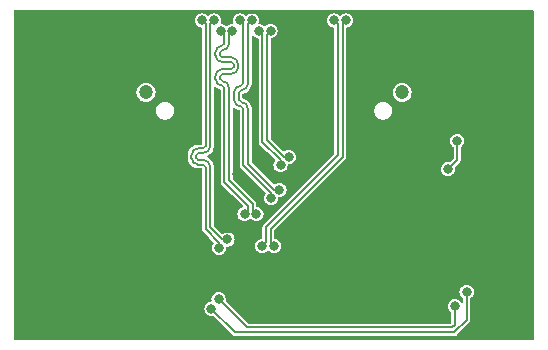
<source format=gtl>
G04 #@! TF.GenerationSoftware,KiCad,Pcbnew,8.0.4-1.fc40*
G04 #@! TF.CreationDate,2024-09-25T16:47:45-07:00*
G04 #@! TF.ProjectId,syzygy-dsi,73797a79-6779-42d6-9473-692e6b696361,A*
G04 #@! TF.SameCoordinates,Original*
G04 #@! TF.FileFunction,Copper,L1,Top*
G04 #@! TF.FilePolarity,Positive*
%FSLAX46Y46*%
G04 Gerber Fmt 4.6, Leading zero omitted, Abs format (unit mm)*
G04 Created by KiCad (PCBNEW 8.0.4-1.fc40) date 2024-09-25 16:47:45*
%MOMM*%
%LPD*%
G01*
G04 APERTURE LIST*
G04 #@! TA.AperFunction,ComponentPad*
%ADD10C,1.200000*%
G04 #@! TD*
G04 #@! TA.AperFunction,ViaPad*
%ADD11C,0.800000*%
G04 #@! TD*
G04 #@! TA.AperFunction,Conductor*
%ADD12C,0.200000*%
G04 #@! TD*
G04 APERTURE END LIST*
D10*
G04 #@! TO.P,J1,MH*
G04 #@! TO.N,N/C*
X131555320Y-66300000D03*
X153245320Y-66300000D03*
G04 #@! TD*
D11*
G04 #@! TO.N,GND*
X135700000Y-83000000D03*
X145900000Y-66800000D03*
X139300000Y-73200000D03*
X145900000Y-64800000D03*
X133900000Y-66800000D03*
X132300000Y-65000000D03*
X133500000Y-62800000D03*
X155900000Y-76400000D03*
G04 #@! TO.N,/S23*
X157100000Y-72800000D03*
X157900000Y-70400000D03*
G04 #@! TO.N,/C2P_CLK_N*
X142400320Y-79300000D03*
X148500000Y-60200000D03*
G04 #@! TO.N,/C2P_CLK_P*
X141400320Y-79300000D03*
X147500000Y-60200000D03*
G04 #@! TO.N,/SCL*
X137700000Y-83800000D03*
X157700000Y-84400000D03*
G04 #@! TO.N,/SDA*
X158700000Y-83200000D03*
X137100000Y-84600000D03*
G04 #@! TO.N,/S911_D5_P*
X142146446Y-75253554D03*
X139500000Y-60200000D03*
G04 #@! TO.N,/S57_D3_P*
X139900320Y-76600000D03*
X137879488Y-61105463D03*
G04 #@! TO.N,/S57_D3_N*
X138879488Y-61105463D03*
X140900320Y-76600000D03*
G04 #@! TO.N,/S1315_D7_N*
X143653554Y-71746446D03*
X142100000Y-61088588D03*
G04 #@! TO.N,/S13_D1_N*
X137300000Y-60200000D03*
X138453554Y-78746446D03*
G04 #@! TO.N,/S1315_D7_P*
X142946446Y-72453554D03*
X141100000Y-61088588D03*
G04 #@! TO.N,/S911_D5_N*
X140500000Y-60200000D03*
X142853554Y-74546446D03*
G04 #@! TO.N,/S13_D1_P*
X137746446Y-79453554D03*
X136300000Y-60200000D03*
G04 #@! TD*
D12*
G04 #@! TO.N,/S23*
X157900000Y-70400000D02*
X157900000Y-72000000D01*
X157900000Y-72000000D02*
X157100000Y-72800000D01*
G04 #@! TO.N,/C2P_CLK_N*
X142100320Y-79000000D02*
X142100320Y-77882524D01*
X148200000Y-60500000D02*
X148500000Y-60200000D01*
X148200000Y-71782844D02*
X148200000Y-60500000D01*
X142400320Y-79300000D02*
X142100320Y-79000000D01*
X142100320Y-77882524D02*
X148200000Y-71782844D01*
G04 #@! TO.N,/C2P_CLK_P*
X141700320Y-77716836D02*
X147800000Y-71617156D01*
X141700320Y-79000000D02*
X141700320Y-77716836D01*
X141400320Y-79300000D02*
X141700320Y-79000000D01*
X147800000Y-60500000D02*
X147500000Y-60200000D01*
X147800000Y-71617156D02*
X147800000Y-60500000D01*
G04 #@! TO.N,/SCL*
X157700000Y-86000000D02*
X157500000Y-86200000D01*
X140100000Y-86200000D02*
X137700000Y-83800000D01*
X157700000Y-84400000D02*
X157700000Y-86000000D01*
X157500000Y-86200000D02*
X140100000Y-86200000D01*
G04 #@! TO.N,/SDA*
X158700000Y-83200000D02*
X158700000Y-85565685D01*
X139100000Y-86600000D02*
X137100000Y-84600000D01*
X157665685Y-86600000D02*
X139100000Y-86600000D01*
X158700000Y-85565685D02*
X157665685Y-86600000D01*
G04 #@! TO.N,/S911_D5_P*
X142146446Y-74829289D02*
X139800000Y-72482843D01*
X142146446Y-75253554D02*
X142146446Y-74829289D01*
X139000000Y-66900000D02*
X139000000Y-66320000D01*
X139800000Y-60500000D02*
X139500000Y-60200000D01*
X139800000Y-64800000D02*
X139800000Y-60500000D01*
X139800000Y-65520000D02*
X139800000Y-64940000D01*
X139800000Y-64940000D02*
X139800000Y-64800000D01*
X139800000Y-72482843D02*
X139800000Y-67700000D01*
X139000000Y-66320000D02*
G75*
G02*
X139600000Y-65720000I600000J0D01*
G01*
X139600000Y-65720000D02*
G75*
G03*
X139800000Y-65520000I0J200000D01*
G01*
X139800000Y-67700000D02*
G75*
G03*
X139600000Y-67500000I-200000J0D01*
G01*
X139600000Y-67500000D02*
G75*
G02*
X139000000Y-66900000I0J600000D01*
G01*
G04 #@! TO.N,/S57_D3_P*
X137439488Y-65160000D02*
X137439488Y-64900000D01*
X140200320Y-76300000D02*
X140200320Y-75883164D01*
X137439488Y-63160000D02*
X137439488Y-62900000D01*
X138579488Y-63730000D02*
X138009488Y-63730000D01*
X138009488Y-64330000D02*
X138179488Y-64330000D01*
X139900320Y-76600000D02*
X140200320Y-76300000D01*
X140200320Y-75883164D02*
X138179488Y-73862332D01*
X138774488Y-63730000D02*
X138579488Y-63730000D01*
X138179488Y-61900000D02*
X138179488Y-61405463D01*
X138179488Y-64330000D02*
X138774488Y-64330000D01*
X138969488Y-64135000D02*
X138969488Y-63925000D01*
X138179488Y-61405463D02*
X137879488Y-61105463D01*
X138179488Y-73862332D02*
X138179488Y-65900000D01*
X138179488Y-62160000D02*
X138179488Y-61900000D01*
X138774488Y-64330000D02*
G75*
G03*
X138969500Y-64135000I12J195000D01*
G01*
X138969488Y-63925000D02*
G75*
G03*
X138774488Y-63730012I-194988J0D01*
G01*
X138179488Y-65900000D02*
G75*
G03*
X138009488Y-65730012I-169988J0D01*
G01*
X138009488Y-62330000D02*
G75*
G03*
X138179500Y-62160000I12J170000D01*
G01*
X138009488Y-63730000D02*
G75*
G02*
X137439500Y-63160000I12J570000D01*
G01*
X138009488Y-65730000D02*
G75*
G02*
X137439500Y-65160000I12J570000D01*
G01*
X137439488Y-64900000D02*
G75*
G02*
X138009488Y-64329988I570012J0D01*
G01*
X137439488Y-62900000D02*
G75*
G02*
X138009488Y-62329988I570012J0D01*
G01*
G04 #@! TO.N,/S57_D3_N*
X138774488Y-63330000D02*
X138579488Y-63330000D01*
X137839488Y-65160000D02*
X137839488Y-64900000D01*
X138579488Y-61405463D02*
X138879488Y-61105463D01*
X140600320Y-75717476D02*
X138579488Y-73696644D01*
X139369488Y-64135000D02*
X139369488Y-63925000D01*
X138179488Y-64730000D02*
X138774488Y-64730000D01*
X138579488Y-62160000D02*
X138579488Y-61900000D01*
X137839488Y-63160000D02*
X137839488Y-62900000D01*
X138579488Y-61900000D02*
X138579488Y-61405463D01*
X138579488Y-73696644D02*
X138579488Y-65900000D01*
X138009488Y-64730000D02*
X138179488Y-64730000D01*
X140600320Y-76300000D02*
X140600320Y-75717476D01*
X140900320Y-76600000D02*
X140600320Y-76300000D01*
X138579488Y-63330000D02*
X138009488Y-63330000D01*
X138774488Y-64730000D02*
G75*
G03*
X139369500Y-64135000I12J595000D01*
G01*
X139369488Y-63925000D02*
G75*
G03*
X138774488Y-63330012I-594988J0D01*
G01*
X138009488Y-63330000D02*
G75*
G02*
X137839500Y-63160000I12J170000D01*
G01*
X137839488Y-62900000D02*
G75*
G02*
X138009488Y-62729988I170012J0D01*
G01*
X137839488Y-64900000D02*
G75*
G02*
X138009488Y-64729988I170012J0D01*
G01*
X138579488Y-65900000D02*
G75*
G03*
X138009488Y-65330012I-569988J0D01*
G01*
X138009488Y-62730000D02*
G75*
G03*
X138579500Y-62160000I12J570000D01*
G01*
X138009488Y-65330000D02*
G75*
G02*
X137839500Y-65160000I12J170000D01*
G01*
G04 #@! TO.N,/S1315_D7_N*
X143653554Y-71746446D02*
X143229289Y-71746446D01*
X143229289Y-71746446D02*
X141800000Y-70317157D01*
X141800000Y-61388588D02*
X142100000Y-61088588D01*
X141800000Y-70317157D02*
X141800000Y-61388588D01*
G04 #@! TO.N,/S13_D1_N*
X137000000Y-60500000D02*
X137300000Y-60200000D01*
X135800000Y-71808000D02*
X135800000Y-71610000D01*
X137000000Y-70818000D02*
X137000000Y-70620000D01*
X138453554Y-78746446D02*
X138029289Y-78746446D01*
X135996000Y-71414000D02*
X136404000Y-71414000D01*
X137000000Y-70620000D02*
X137000000Y-69800000D01*
X137000000Y-69800000D02*
X137000000Y-60500000D01*
X138029289Y-78746446D02*
X137000000Y-77717157D01*
X137000000Y-77717157D02*
X137000000Y-72600000D01*
X136404000Y-72004000D02*
X135996000Y-72004000D01*
X135996000Y-72004000D02*
G75*
G02*
X135800000Y-71808000I0J196000D01*
G01*
X135800000Y-71610000D02*
G75*
G02*
X135996000Y-71414000I196000J0D01*
G01*
X137000000Y-72600000D02*
G75*
G03*
X136404000Y-72004000I-596000J0D01*
G01*
X136404000Y-71414000D02*
G75*
G03*
X137000000Y-70818000I0J596000D01*
G01*
G04 #@! TO.N,/S1315_D7_P*
X141400000Y-70482843D02*
X141400000Y-61388588D01*
X142946446Y-72453554D02*
X142946446Y-72029289D01*
X142946446Y-72029289D02*
X141400000Y-70482843D01*
X141400000Y-61388588D02*
X141100000Y-61088588D01*
G04 #@! TO.N,/S911_D5_N*
X140200000Y-64800000D02*
X140200000Y-60500000D01*
X140200000Y-65520000D02*
X140200000Y-64940000D01*
X140200000Y-60500000D02*
X140500000Y-60200000D01*
X142853554Y-74546446D02*
X142429289Y-74546446D01*
X140200000Y-64940000D02*
X140200000Y-64800000D01*
X142429289Y-74546446D02*
X140200000Y-72317157D01*
X139400000Y-66900000D02*
X139400000Y-66320000D01*
X140200000Y-72317157D02*
X140200000Y-67700000D01*
X139600000Y-67100000D02*
G75*
G02*
X139400000Y-66900000I0J200000D01*
G01*
X140200000Y-67700000D02*
G75*
G03*
X139600000Y-67100000I-600000J0D01*
G01*
X139600000Y-66120000D02*
G75*
G03*
X140200000Y-65520000I0J600000D01*
G01*
X139400000Y-66320000D02*
G75*
G02*
X139600000Y-66120000I200000J0D01*
G01*
G04 #@! TO.N,/S13_D1_P*
X135996000Y-71014000D02*
X136404000Y-71014000D01*
X136600000Y-70620000D02*
X136600000Y-69800000D01*
X136404000Y-72404000D02*
X135996000Y-72404000D01*
X137746446Y-79453554D02*
X137746446Y-79029289D01*
X136600000Y-60500000D02*
X136300000Y-60200000D01*
X136600000Y-70818000D02*
X136600000Y-70620000D01*
X135400000Y-71808000D02*
X135400000Y-71610000D01*
X137746446Y-79029289D02*
X136600000Y-77882843D01*
X136600000Y-77882843D02*
X136600000Y-72600000D01*
X136600000Y-69800000D02*
X136600000Y-60500000D01*
X136600000Y-72600000D02*
G75*
G03*
X136404000Y-72404000I-196000J0D01*
G01*
X135996000Y-72404000D02*
G75*
G02*
X135400000Y-71808000I0J596000D01*
G01*
X135400000Y-71610000D02*
G75*
G02*
X135996000Y-71014000I596000J0D01*
G01*
X136404000Y-71014000D02*
G75*
G03*
X136600000Y-70818000I0J196000D01*
G01*
G04 #@! TD*
G04 #@! TA.AperFunction,Conductor*
G04 #@! TO.N,GND*
G36*
X164358691Y-59319407D02*
G01*
X164394655Y-59368907D01*
X164399500Y-59399500D01*
X164399500Y-87200500D01*
X164380593Y-87258691D01*
X164331093Y-87294655D01*
X164300500Y-87299500D01*
X120499500Y-87299500D01*
X120441309Y-87280593D01*
X120405345Y-87231093D01*
X120400500Y-87200500D01*
X120400500Y-84599999D01*
X136494318Y-84599999D01*
X136494318Y-84600000D01*
X136514955Y-84756758D01*
X136514957Y-84756766D01*
X136575462Y-84902838D01*
X136575462Y-84902839D01*
X136671713Y-85028276D01*
X136671718Y-85028282D01*
X136797159Y-85124536D01*
X136943238Y-85185044D01*
X137060809Y-85200522D01*
X137099999Y-85205682D01*
X137100000Y-85205682D01*
X137211284Y-85191031D01*
X137271443Y-85202181D01*
X137294209Y-85219180D01*
X138859540Y-86784511D01*
X138859539Y-86784511D01*
X138915489Y-86840460D01*
X138984007Y-86880019D01*
X138984011Y-86880021D01*
X139060435Y-86900499D01*
X139060437Y-86900500D01*
X139060438Y-86900500D01*
X157705248Y-86900500D01*
X157705248Y-86900499D01*
X157781674Y-86880021D01*
X157850196Y-86840460D01*
X157906145Y-86784511D01*
X158940460Y-85750196D01*
X158969729Y-85699500D01*
X158980021Y-85681674D01*
X159000500Y-85605247D01*
X159000500Y-83775154D01*
X159019407Y-83716963D01*
X159039233Y-83696612D01*
X159108787Y-83643241D01*
X159128282Y-83628282D01*
X159224536Y-83502841D01*
X159285044Y-83356762D01*
X159305682Y-83200000D01*
X159285044Y-83043238D01*
X159224537Y-82897161D01*
X159224537Y-82897160D01*
X159128286Y-82771723D01*
X159128285Y-82771722D01*
X159128282Y-82771718D01*
X159128277Y-82771714D01*
X159128276Y-82771713D01*
X159002838Y-82675462D01*
X158856766Y-82614957D01*
X158856758Y-82614955D01*
X158700001Y-82594318D01*
X158699999Y-82594318D01*
X158543241Y-82614955D01*
X158543233Y-82614957D01*
X158397161Y-82675462D01*
X158397160Y-82675462D01*
X158271723Y-82771713D01*
X158271713Y-82771723D01*
X158175462Y-82897160D01*
X158175462Y-82897161D01*
X158114957Y-83043233D01*
X158114955Y-83043241D01*
X158094318Y-83199999D01*
X158094318Y-83200000D01*
X158114955Y-83356758D01*
X158114957Y-83356766D01*
X158175462Y-83502838D01*
X158175462Y-83502839D01*
X158175464Y-83502841D01*
X158271718Y-83628282D01*
X158271722Y-83628285D01*
X158271723Y-83628286D01*
X158360767Y-83696612D01*
X158395423Y-83747037D01*
X158399500Y-83775154D01*
X158399500Y-84033532D01*
X158380593Y-84091723D01*
X158331093Y-84127687D01*
X158269907Y-84127687D01*
X158221958Y-84093799D01*
X158128286Y-83971723D01*
X158128285Y-83971722D01*
X158128282Y-83971718D01*
X158128277Y-83971714D01*
X158128276Y-83971713D01*
X158002838Y-83875462D01*
X157856766Y-83814957D01*
X157856758Y-83814955D01*
X157700001Y-83794318D01*
X157699999Y-83794318D01*
X157543241Y-83814955D01*
X157543233Y-83814957D01*
X157397161Y-83875462D01*
X157397160Y-83875462D01*
X157271723Y-83971713D01*
X157271713Y-83971723D01*
X157175462Y-84097160D01*
X157175462Y-84097161D01*
X157114957Y-84243233D01*
X157114955Y-84243241D01*
X157094318Y-84399999D01*
X157094318Y-84400000D01*
X157114955Y-84556758D01*
X157114957Y-84556766D01*
X157175462Y-84702838D01*
X157175462Y-84702839D01*
X157245573Y-84794209D01*
X157271718Y-84828282D01*
X157271722Y-84828285D01*
X157271723Y-84828286D01*
X157360767Y-84896612D01*
X157395423Y-84947037D01*
X157399500Y-84975154D01*
X157399500Y-85800500D01*
X157380593Y-85858691D01*
X157331093Y-85894655D01*
X157300500Y-85899500D01*
X140265479Y-85899500D01*
X140207288Y-85880593D01*
X140195475Y-85870504D01*
X138319180Y-83994209D01*
X138291403Y-83939692D01*
X138291031Y-83911283D01*
X138305682Y-83800000D01*
X138305682Y-83799999D01*
X138298709Y-83747037D01*
X138285044Y-83643238D01*
X138224537Y-83497161D01*
X138224537Y-83497160D01*
X138128286Y-83371723D01*
X138128285Y-83371722D01*
X138128282Y-83371718D01*
X138128277Y-83371714D01*
X138128276Y-83371713D01*
X138002838Y-83275462D01*
X137856766Y-83214957D01*
X137856758Y-83214955D01*
X137700001Y-83194318D01*
X137699999Y-83194318D01*
X137543241Y-83214955D01*
X137543233Y-83214957D01*
X137397161Y-83275462D01*
X137397160Y-83275462D01*
X137271723Y-83371713D01*
X137271713Y-83371723D01*
X137175462Y-83497160D01*
X137175462Y-83497161D01*
X137114957Y-83643233D01*
X137114955Y-83643241D01*
X137094318Y-83799999D01*
X137094318Y-83800000D01*
X137106639Y-83893589D01*
X137095489Y-83953750D01*
X137051106Y-83995867D01*
X137021409Y-84004664D01*
X136943240Y-84014955D01*
X136943233Y-84014957D01*
X136797161Y-84075462D01*
X136797160Y-84075462D01*
X136671723Y-84171713D01*
X136671713Y-84171723D01*
X136575462Y-84297160D01*
X136575462Y-84297161D01*
X136514957Y-84443233D01*
X136514955Y-84443241D01*
X136494318Y-84599999D01*
X120400500Y-84599999D01*
X120400500Y-71521699D01*
X135099500Y-71521699D01*
X135099500Y-71896300D01*
X135133952Y-72069498D01*
X135133952Y-72069500D01*
X135201530Y-72232649D01*
X135294452Y-72371718D01*
X135299643Y-72379486D01*
X135424514Y-72504357D01*
X135571348Y-72602468D01*
X135734501Y-72670048D01*
X135907702Y-72704500D01*
X135956438Y-72704500D01*
X136200500Y-72704500D01*
X136258691Y-72723407D01*
X136294655Y-72772907D01*
X136299500Y-72803500D01*
X136299500Y-77922405D01*
X136319979Y-77998832D01*
X136330848Y-78017657D01*
X136359540Y-78067354D01*
X136881865Y-78589679D01*
X137256466Y-78964280D01*
X137284243Y-79018797D01*
X137274672Y-79079229D01*
X137265004Y-79094551D01*
X137221911Y-79150711D01*
X137221909Y-79150714D01*
X137161403Y-79296790D01*
X137161401Y-79296795D01*
X137140764Y-79453553D01*
X137140764Y-79453554D01*
X137161401Y-79610312D01*
X137161403Y-79610320D01*
X137221908Y-79756392D01*
X137221908Y-79756393D01*
X137221910Y-79756395D01*
X137318164Y-79881836D01*
X137443605Y-79978090D01*
X137589684Y-80038598D01*
X137707255Y-80054076D01*
X137746445Y-80059236D01*
X137746446Y-80059236D01*
X137746447Y-80059236D01*
X137777798Y-80055108D01*
X137903208Y-80038598D01*
X138049287Y-79978090D01*
X138174728Y-79881836D01*
X138270982Y-79756395D01*
X138331490Y-79610316D01*
X138352128Y-79453554D01*
X138352128Y-79453553D01*
X138352128Y-79451128D01*
X138352665Y-79449474D01*
X138352975Y-79447121D01*
X138353411Y-79447178D01*
X138371035Y-79392937D01*
X138420535Y-79356973D01*
X138451128Y-79352128D01*
X138453555Y-79352128D01*
X138484906Y-79348000D01*
X138610316Y-79331490D01*
X138686342Y-79299999D01*
X140794638Y-79299999D01*
X140794638Y-79300000D01*
X140815275Y-79456758D01*
X140815277Y-79456766D01*
X140875782Y-79602838D01*
X140875782Y-79602839D01*
X140900320Y-79634817D01*
X140972038Y-79728282D01*
X141097479Y-79824536D01*
X141243558Y-79885044D01*
X141361129Y-79900522D01*
X141400319Y-79905682D01*
X141400320Y-79905682D01*
X141400321Y-79905682D01*
X141431672Y-79901554D01*
X141557082Y-79885044D01*
X141703161Y-79824536D01*
X141828602Y-79728282D01*
X141828608Y-79728273D01*
X141830316Y-79726567D01*
X141831867Y-79725776D01*
X141833750Y-79724332D01*
X141834017Y-79724680D01*
X141884833Y-79698790D01*
X141945265Y-79708361D01*
X141970324Y-79726567D01*
X141972033Y-79728276D01*
X141972038Y-79728282D01*
X142097479Y-79824536D01*
X142243558Y-79885044D01*
X142361129Y-79900522D01*
X142400319Y-79905682D01*
X142400320Y-79905682D01*
X142400321Y-79905682D01*
X142431672Y-79901554D01*
X142557082Y-79885044D01*
X142703161Y-79824536D01*
X142828602Y-79728282D01*
X142924856Y-79602841D01*
X142985364Y-79456762D01*
X143006002Y-79300000D01*
X143005579Y-79296790D01*
X142989510Y-79174732D01*
X142985364Y-79143238D01*
X142924857Y-78997161D01*
X142924857Y-78997160D01*
X142828606Y-78871723D01*
X142828605Y-78871722D01*
X142828602Y-78871718D01*
X142828597Y-78871714D01*
X142828596Y-78871713D01*
X142703158Y-78775462D01*
X142557082Y-78714956D01*
X142486897Y-78705715D01*
X142431672Y-78679373D01*
X142402478Y-78625602D01*
X142400820Y-78607562D01*
X142400820Y-78048002D01*
X142419727Y-77989811D01*
X142429810Y-77978004D01*
X147607816Y-72799999D01*
X156494318Y-72799999D01*
X156494318Y-72800000D01*
X156514955Y-72956758D01*
X156514957Y-72956766D01*
X156575462Y-73102838D01*
X156575462Y-73102839D01*
X156575464Y-73102841D01*
X156671718Y-73228282D01*
X156797159Y-73324536D01*
X156943238Y-73385044D01*
X157060809Y-73400522D01*
X157099999Y-73405682D01*
X157100000Y-73405682D01*
X157100001Y-73405682D01*
X157131352Y-73401554D01*
X157256762Y-73385044D01*
X157402841Y-73324536D01*
X157528282Y-73228282D01*
X157624536Y-73102841D01*
X157685044Y-72956762D01*
X157705682Y-72800000D01*
X157691031Y-72688714D01*
X157702181Y-72628553D01*
X157719177Y-72605792D01*
X158140460Y-72184511D01*
X158141712Y-72182343D01*
X158180021Y-72115989D01*
X158200500Y-72039562D01*
X158200500Y-70975154D01*
X158219407Y-70916963D01*
X158239233Y-70896612D01*
X158278979Y-70866112D01*
X158328282Y-70828282D01*
X158424536Y-70702841D01*
X158485044Y-70556762D01*
X158505682Y-70400000D01*
X158485044Y-70243238D01*
X158464105Y-70192686D01*
X158424537Y-70097161D01*
X158424537Y-70097160D01*
X158328286Y-69971723D01*
X158328285Y-69971722D01*
X158328282Y-69971718D01*
X158328277Y-69971714D01*
X158328276Y-69971713D01*
X158202838Y-69875462D01*
X158056766Y-69814957D01*
X158056758Y-69814955D01*
X157900001Y-69794318D01*
X157899999Y-69794318D01*
X157743241Y-69814955D01*
X157743233Y-69814957D01*
X157597161Y-69875462D01*
X157597160Y-69875462D01*
X157471723Y-69971713D01*
X157471713Y-69971723D01*
X157375462Y-70097160D01*
X157375462Y-70097161D01*
X157314957Y-70243233D01*
X157314955Y-70243241D01*
X157294318Y-70399999D01*
X157294318Y-70400000D01*
X157314955Y-70556758D01*
X157314957Y-70556766D01*
X157375462Y-70702838D01*
X157375462Y-70702839D01*
X157463828Y-70818000D01*
X157471718Y-70828282D01*
X157471722Y-70828285D01*
X157471723Y-70828286D01*
X157560767Y-70896612D01*
X157595423Y-70947037D01*
X157599500Y-70975154D01*
X157599500Y-71834521D01*
X157580593Y-71892712D01*
X157570503Y-71904525D01*
X157294208Y-72180819D01*
X157239692Y-72208596D01*
X157211283Y-72208968D01*
X157100001Y-72194318D01*
X157099999Y-72194318D01*
X156943241Y-72214955D01*
X156943233Y-72214957D01*
X156797161Y-72275462D01*
X156797160Y-72275462D01*
X156671723Y-72371713D01*
X156671713Y-72371723D01*
X156575462Y-72497161D01*
X156514957Y-72643233D01*
X156514955Y-72643241D01*
X156494318Y-72799999D01*
X147607816Y-72799999D01*
X148440460Y-71967355D01*
X148442138Y-71964447D01*
X148442147Y-71964439D01*
X148442144Y-71964438D01*
X148442235Y-71964280D01*
X148480021Y-71898833D01*
X148500500Y-71822406D01*
X148500500Y-67765094D01*
X150879820Y-67765094D01*
X150879820Y-67914905D01*
X150909045Y-68061829D01*
X150909045Y-68061831D01*
X150966371Y-68200229D01*
X150966371Y-68200230D01*
X151007844Y-68262297D01*
X151049601Y-68324791D01*
X151155529Y-68430719D01*
X151280088Y-68513947D01*
X151418490Y-68571275D01*
X151565417Y-68600500D01*
X151565418Y-68600500D01*
X151715222Y-68600500D01*
X151715223Y-68600500D01*
X151862150Y-68571275D01*
X152000552Y-68513947D01*
X152125111Y-68430719D01*
X152231039Y-68324791D01*
X152314267Y-68200232D01*
X152371595Y-68061830D01*
X152400820Y-67914903D01*
X152400820Y-67765097D01*
X152371595Y-67618170D01*
X152314268Y-67479770D01*
X152314268Y-67479769D01*
X152285912Y-67437332D01*
X152231039Y-67355209D01*
X152125111Y-67249281D01*
X152000552Y-67166053D01*
X152000551Y-67166052D01*
X152000549Y-67166051D01*
X151862150Y-67108725D01*
X151715225Y-67079500D01*
X151715223Y-67079500D01*
X151565417Y-67079500D01*
X151565414Y-67079500D01*
X151418490Y-67108725D01*
X151418488Y-67108725D01*
X151280090Y-67166051D01*
X151280089Y-67166051D01*
X151155529Y-67249281D01*
X151155525Y-67249284D01*
X151049604Y-67355205D01*
X151049601Y-67355209D01*
X150966371Y-67479769D01*
X150966371Y-67479770D01*
X150909045Y-67618168D01*
X150909045Y-67618170D01*
X150879820Y-67765094D01*
X148500500Y-67765094D01*
X148500500Y-66300000D01*
X152439755Y-66300000D01*
X152459952Y-66479257D01*
X152459953Y-66479261D01*
X152519531Y-66649522D01*
X152519531Y-66649523D01*
X152615501Y-66802258D01*
X152615504Y-66802262D01*
X152743058Y-66929816D01*
X152743060Y-66929817D01*
X152743061Y-66929818D01*
X152855606Y-67000535D01*
X152895798Y-67025789D01*
X152963977Y-67049646D01*
X153066058Y-67085366D01*
X153066062Y-67085367D01*
X153066065Y-67085368D01*
X153245320Y-67105565D01*
X153424575Y-67085368D01*
X153594842Y-67025789D01*
X153747582Y-66929816D01*
X153875136Y-66802262D01*
X153971109Y-66649522D01*
X154030688Y-66479255D01*
X154050885Y-66300000D01*
X154030688Y-66120745D01*
X154021341Y-66094034D01*
X154000908Y-66035639D01*
X153971109Y-65950478D01*
X153899242Y-65836103D01*
X153875138Y-65797741D01*
X153875137Y-65797740D01*
X153875136Y-65797738D01*
X153747582Y-65670184D01*
X153747579Y-65670182D01*
X153747578Y-65670181D01*
X153594843Y-65574211D01*
X153424581Y-65514633D01*
X153424577Y-65514632D01*
X153245320Y-65494435D01*
X153066062Y-65514632D01*
X153066058Y-65514633D01*
X152895797Y-65574211D01*
X152895796Y-65574211D01*
X152743061Y-65670181D01*
X152615501Y-65797741D01*
X152519531Y-65950476D01*
X152519531Y-65950477D01*
X152459953Y-66120738D01*
X152459952Y-66120742D01*
X152439755Y-66300000D01*
X148500500Y-66300000D01*
X148500500Y-60892436D01*
X148519407Y-60834245D01*
X148568907Y-60798281D01*
X148586572Y-60794284D01*
X148656762Y-60785044D01*
X148802841Y-60724536D01*
X148928282Y-60628282D01*
X149024536Y-60502841D01*
X149085044Y-60356762D01*
X149105682Y-60200000D01*
X149085044Y-60043238D01*
X149024537Y-59897161D01*
X149024537Y-59897160D01*
X148928286Y-59771723D01*
X148928285Y-59771722D01*
X148928282Y-59771718D01*
X148928277Y-59771714D01*
X148928276Y-59771713D01*
X148802838Y-59675462D01*
X148656766Y-59614957D01*
X148656758Y-59614955D01*
X148500001Y-59594318D01*
X148499999Y-59594318D01*
X148343241Y-59614955D01*
X148343233Y-59614957D01*
X148197161Y-59675462D01*
X148197160Y-59675462D01*
X148071715Y-59771719D01*
X148069998Y-59773437D01*
X148068449Y-59774225D01*
X148066570Y-59775668D01*
X148066302Y-59775319D01*
X148015479Y-59801210D01*
X147955048Y-59791634D01*
X147930002Y-59773437D01*
X147928284Y-59771719D01*
X147802838Y-59675462D01*
X147656766Y-59614957D01*
X147656758Y-59614955D01*
X147500001Y-59594318D01*
X147499999Y-59594318D01*
X147343241Y-59614955D01*
X147343233Y-59614957D01*
X147197161Y-59675462D01*
X147197160Y-59675462D01*
X147071723Y-59771713D01*
X147071713Y-59771723D01*
X146975462Y-59897160D01*
X146975462Y-59897161D01*
X146914957Y-60043233D01*
X146914955Y-60043241D01*
X146894318Y-60199999D01*
X146894318Y-60200000D01*
X146914955Y-60356758D01*
X146914957Y-60356766D01*
X146975462Y-60502838D01*
X146975462Y-60502839D01*
X147035381Y-60580927D01*
X147071718Y-60628282D01*
X147197159Y-60724536D01*
X147343238Y-60785044D01*
X147413422Y-60794283D01*
X147468646Y-60820623D01*
X147497842Y-60874394D01*
X147499500Y-60892436D01*
X147499500Y-71451677D01*
X147480593Y-71509868D01*
X147470504Y-71521681D01*
X141515809Y-77476376D01*
X141515808Y-77476375D01*
X141459859Y-77532325D01*
X141420300Y-77600843D01*
X141420298Y-77600847D01*
X141399820Y-77677271D01*
X141399820Y-78607562D01*
X141380913Y-78665753D01*
X141331413Y-78701717D01*
X141313743Y-78705715D01*
X141243557Y-78714956D01*
X141097481Y-78775462D01*
X141097480Y-78775462D01*
X140972043Y-78871713D01*
X140972033Y-78871723D01*
X140875782Y-78997160D01*
X140875782Y-78997161D01*
X140815277Y-79143233D01*
X140815275Y-79143241D01*
X140794638Y-79299999D01*
X138686342Y-79299999D01*
X138756395Y-79270982D01*
X138881836Y-79174728D01*
X138978090Y-79049287D01*
X139038598Y-78903208D01*
X139059236Y-78746446D01*
X139038598Y-78589684D01*
X138978091Y-78443607D01*
X138978091Y-78443606D01*
X138881840Y-78318169D01*
X138881839Y-78318168D01*
X138881836Y-78318164D01*
X138881831Y-78318160D01*
X138881830Y-78318159D01*
X138756392Y-78221908D01*
X138610320Y-78161403D01*
X138610312Y-78161401D01*
X138453555Y-78140764D01*
X138453553Y-78140764D01*
X138296795Y-78161401D01*
X138296790Y-78161403D01*
X138150714Y-78221909D01*
X138150711Y-78221911D01*
X138094551Y-78265004D01*
X138036875Y-78285428D01*
X137978209Y-78268050D01*
X137964280Y-78256466D01*
X137329496Y-77621682D01*
X137301719Y-77567165D01*
X137300500Y-77551678D01*
X137300500Y-72511703D01*
X137300499Y-72511699D01*
X137299039Y-72504357D01*
X137266048Y-72338501D01*
X137217660Y-72221682D01*
X137198469Y-72175350D01*
X137198053Y-72174728D01*
X137100357Y-72028514D01*
X136975486Y-71903643D01*
X136968287Y-71898833D01*
X136828652Y-71805532D01*
X136816416Y-71800464D01*
X136769892Y-71760729D01*
X136755607Y-71701234D01*
X136779021Y-71644706D01*
X136816416Y-71617536D01*
X136828652Y-71612468D01*
X136975486Y-71514357D01*
X137100357Y-71389486D01*
X137198468Y-71242652D01*
X137266048Y-71079499D01*
X137300500Y-70906298D01*
X137300500Y-70818000D01*
X137300500Y-70770405D01*
X137300500Y-70580438D01*
X137300500Y-69760438D01*
X137300500Y-65918417D01*
X137319407Y-65860226D01*
X137368907Y-65824262D01*
X137430093Y-65824262D01*
X137454503Y-65836103D01*
X137597141Y-65931415D01*
X137597147Y-65931418D01*
X137597152Y-65931421D01*
X137697040Y-65972798D01*
X137755564Y-65997041D01*
X137755567Y-65997042D01*
X137755570Y-65997043D01*
X137799303Y-66005742D01*
X137852686Y-66035639D01*
X137878302Y-66091204D01*
X137878988Y-66102840D01*
X137878988Y-73901896D01*
X137899466Y-73978319D01*
X137899467Y-73978321D01*
X137924633Y-74021910D01*
X137939028Y-74046843D01*
X138866907Y-74974722D01*
X139754460Y-75862275D01*
X139782237Y-75916792D01*
X139772666Y-75977224D01*
X139729401Y-76020489D01*
X139722342Y-76023743D01*
X139597480Y-76075463D01*
X139472043Y-76171713D01*
X139472033Y-76171723D01*
X139375782Y-76297160D01*
X139375782Y-76297161D01*
X139315277Y-76443233D01*
X139315275Y-76443241D01*
X139294638Y-76599999D01*
X139294638Y-76600000D01*
X139315275Y-76756758D01*
X139315277Y-76756766D01*
X139375782Y-76902838D01*
X139375782Y-76902839D01*
X139375784Y-76902841D01*
X139472038Y-77028282D01*
X139597479Y-77124536D01*
X139743558Y-77185044D01*
X139861129Y-77200522D01*
X139900319Y-77205682D01*
X139900320Y-77205682D01*
X139900321Y-77205682D01*
X139931672Y-77201554D01*
X140057082Y-77185044D01*
X140203161Y-77124536D01*
X140328602Y-77028282D01*
X140328608Y-77028273D01*
X140330316Y-77026567D01*
X140331867Y-77025776D01*
X140333750Y-77024332D01*
X140334017Y-77024680D01*
X140384833Y-76998790D01*
X140445265Y-77008361D01*
X140470324Y-77026567D01*
X140472033Y-77028276D01*
X140472038Y-77028282D01*
X140597479Y-77124536D01*
X140743558Y-77185044D01*
X140861129Y-77200522D01*
X140900319Y-77205682D01*
X140900320Y-77205682D01*
X140900321Y-77205682D01*
X140931672Y-77201554D01*
X141057082Y-77185044D01*
X141203161Y-77124536D01*
X141328602Y-77028282D01*
X141424856Y-76902841D01*
X141485364Y-76756762D01*
X141506002Y-76600000D01*
X141485364Y-76443238D01*
X141424857Y-76297161D01*
X141424857Y-76297160D01*
X141328606Y-76171723D01*
X141328605Y-76171722D01*
X141328602Y-76171718D01*
X141328597Y-76171714D01*
X141328596Y-76171713D01*
X141203158Y-76075462D01*
X141057082Y-76014956D01*
X140986897Y-76005715D01*
X140931672Y-75979373D01*
X140902478Y-75925602D01*
X140900820Y-75907562D01*
X140900820Y-75677913D01*
X140900819Y-75677911D01*
X140880341Y-75601487D01*
X140880339Y-75601483D01*
X140840780Y-75532965D01*
X140784831Y-75477015D01*
X140784831Y-75477016D01*
X138908984Y-73601169D01*
X138881207Y-73546652D01*
X138879988Y-73531165D01*
X138879988Y-67687141D01*
X138898895Y-67628950D01*
X138948395Y-67592986D01*
X139009581Y-67592986D01*
X139033989Y-67604825D01*
X139173453Y-67698013D01*
X139337334Y-67765894D01*
X139419815Y-67782300D01*
X139473198Y-67812197D01*
X139498814Y-67867762D01*
X139499500Y-67879398D01*
X139499500Y-72522407D01*
X139519977Y-72598828D01*
X139519979Y-72598833D01*
X139542628Y-72638063D01*
X139542629Y-72638063D01*
X139542630Y-72638065D01*
X139559540Y-72667354D01*
X140794080Y-73901894D01*
X141656466Y-74764280D01*
X141684243Y-74818797D01*
X141674672Y-74879229D01*
X141665004Y-74894551D01*
X141621911Y-74950711D01*
X141621909Y-74950714D01*
X141561403Y-75096790D01*
X141561401Y-75096795D01*
X141540764Y-75253553D01*
X141540764Y-75253554D01*
X141561401Y-75410312D01*
X141561403Y-75410320D01*
X141621908Y-75556392D01*
X141621908Y-75556393D01*
X141718159Y-75681830D01*
X141718164Y-75681836D01*
X141843605Y-75778090D01*
X141989684Y-75838598D01*
X142107255Y-75854076D01*
X142146445Y-75859236D01*
X142146446Y-75859236D01*
X142146447Y-75859236D01*
X142177798Y-75855108D01*
X142303208Y-75838598D01*
X142449287Y-75778090D01*
X142574728Y-75681836D01*
X142670982Y-75556395D01*
X142731490Y-75410316D01*
X142752128Y-75253554D01*
X142752128Y-75253553D01*
X142752128Y-75251128D01*
X142752665Y-75249474D01*
X142752975Y-75247121D01*
X142753411Y-75247178D01*
X142771035Y-75192937D01*
X142820535Y-75156973D01*
X142851128Y-75152128D01*
X142853555Y-75152128D01*
X142884906Y-75148000D01*
X143010316Y-75131490D01*
X143156395Y-75070982D01*
X143281836Y-74974728D01*
X143378090Y-74849287D01*
X143438598Y-74703208D01*
X143459236Y-74546446D01*
X143438598Y-74389684D01*
X143378091Y-74243607D01*
X143378091Y-74243606D01*
X143281840Y-74118169D01*
X143281839Y-74118168D01*
X143281836Y-74118164D01*
X143281831Y-74118160D01*
X143281830Y-74118159D01*
X143156392Y-74021908D01*
X143010320Y-73961403D01*
X143010312Y-73961401D01*
X142853555Y-73940764D01*
X142853553Y-73940764D01*
X142696795Y-73961401D01*
X142696790Y-73961403D01*
X142550714Y-74021909D01*
X142550711Y-74021911D01*
X142494551Y-74065004D01*
X142436875Y-74085428D01*
X142378209Y-74068050D01*
X142364280Y-74056466D01*
X140529496Y-72221682D01*
X140501719Y-72167165D01*
X140500500Y-72151678D01*
X140500500Y-67611310D01*
X140500499Y-67611306D01*
X140499210Y-67604826D01*
X140465894Y-67437334D01*
X140398014Y-67273455D01*
X140398014Y-67273454D01*
X140299464Y-67125965D01*
X140174034Y-67000535D01*
X140026544Y-66901985D01*
X139862667Y-66834106D01*
X139780185Y-66817699D01*
X139726801Y-66787802D01*
X139701186Y-66732236D01*
X139700500Y-66720601D01*
X139700500Y-66499398D01*
X139719407Y-66441207D01*
X139768907Y-66405243D01*
X139780179Y-66402301D01*
X139862666Y-66385894D01*
X140026547Y-66318013D01*
X140174035Y-66219464D01*
X140299464Y-66094035D01*
X140398013Y-65946547D01*
X140465894Y-65782666D01*
X140500500Y-65608691D01*
X140500500Y-65520000D01*
X140500500Y-65472405D01*
X140500500Y-64900438D01*
X140500500Y-64760438D01*
X140500500Y-61584659D01*
X140519407Y-61526468D01*
X140568907Y-61490504D01*
X140630093Y-61490504D01*
X140669504Y-61514655D01*
X140671713Y-61516864D01*
X140671718Y-61516870D01*
X140671722Y-61516873D01*
X140671723Y-61516874D01*
X140684226Y-61526468D01*
X140797159Y-61613124D01*
X140797160Y-61613124D01*
X140797161Y-61613125D01*
X140837901Y-61630000D01*
X140943238Y-61673632D01*
X141013422Y-61682871D01*
X141068646Y-61709211D01*
X141097842Y-61762982D01*
X141099500Y-61781024D01*
X141099500Y-70522405D01*
X141119979Y-70598832D01*
X141130848Y-70617657D01*
X141159540Y-70667354D01*
X141810043Y-71317857D01*
X142456466Y-71964280D01*
X142484243Y-72018797D01*
X142474672Y-72079229D01*
X142465004Y-72094551D01*
X142421911Y-72150711D01*
X142421909Y-72150714D01*
X142361403Y-72296790D01*
X142361401Y-72296795D01*
X142340764Y-72453553D01*
X142340764Y-72453554D01*
X142361401Y-72610312D01*
X142361403Y-72610320D01*
X142421908Y-72756392D01*
X142421908Y-72756393D01*
X142518159Y-72881830D01*
X142518164Y-72881836D01*
X142643605Y-72978090D01*
X142789684Y-73038598D01*
X142907255Y-73054076D01*
X142946445Y-73059236D01*
X142946446Y-73059236D01*
X142946447Y-73059236D01*
X142977798Y-73055108D01*
X143103208Y-73038598D01*
X143249287Y-72978090D01*
X143374728Y-72881836D01*
X143470982Y-72756395D01*
X143531490Y-72610316D01*
X143552128Y-72453554D01*
X143552128Y-72453553D01*
X143552128Y-72451128D01*
X143552665Y-72449474D01*
X143552975Y-72447121D01*
X143553411Y-72447178D01*
X143571035Y-72392937D01*
X143620535Y-72356973D01*
X143651128Y-72352128D01*
X143653555Y-72352128D01*
X143684906Y-72348000D01*
X143810316Y-72331490D01*
X143956395Y-72270982D01*
X144081836Y-72174728D01*
X144178090Y-72049287D01*
X144238598Y-71903208D01*
X144259236Y-71746446D01*
X144238598Y-71589684D01*
X144207397Y-71514359D01*
X144178091Y-71443607D01*
X144178091Y-71443606D01*
X144081840Y-71318169D01*
X144081839Y-71318168D01*
X144081836Y-71318164D01*
X144081831Y-71318160D01*
X144081830Y-71318159D01*
X144001429Y-71256466D01*
X143956395Y-71221910D01*
X143956394Y-71221909D01*
X143956392Y-71221908D01*
X143810320Y-71161403D01*
X143810312Y-71161401D01*
X143653555Y-71140764D01*
X143653553Y-71140764D01*
X143496795Y-71161401D01*
X143496790Y-71161403D01*
X143350714Y-71221909D01*
X143350711Y-71221911D01*
X143294551Y-71265004D01*
X143236875Y-71285428D01*
X143178209Y-71268050D01*
X143164280Y-71256466D01*
X142129496Y-70221682D01*
X142101719Y-70167165D01*
X142100500Y-70151678D01*
X142100500Y-61781024D01*
X142119407Y-61722833D01*
X142168907Y-61686869D01*
X142186572Y-61682872D01*
X142256762Y-61673632D01*
X142402841Y-61613124D01*
X142528282Y-61516870D01*
X142624536Y-61391429D01*
X142685044Y-61245350D01*
X142705682Y-61088588D01*
X142685044Y-60931826D01*
X142624537Y-60785749D01*
X142624537Y-60785748D01*
X142528286Y-60660311D01*
X142528285Y-60660310D01*
X142528282Y-60660306D01*
X142528277Y-60660302D01*
X142528276Y-60660301D01*
X142402838Y-60564050D01*
X142256766Y-60503545D01*
X142256758Y-60503543D01*
X142100001Y-60482906D01*
X142099999Y-60482906D01*
X141943241Y-60503543D01*
X141943233Y-60503545D01*
X141797161Y-60564050D01*
X141797160Y-60564050D01*
X141671715Y-60660307D01*
X141669998Y-60662025D01*
X141668449Y-60662813D01*
X141666570Y-60664256D01*
X141666302Y-60663907D01*
X141615479Y-60689798D01*
X141555048Y-60680222D01*
X141530002Y-60662025D01*
X141528284Y-60660307D01*
X141402838Y-60564050D01*
X141256766Y-60503545D01*
X141256759Y-60503543D01*
X141164183Y-60491355D01*
X141108958Y-60465013D01*
X141079764Y-60411242D01*
X141084794Y-60363413D01*
X141083364Y-60363030D01*
X141085042Y-60356766D01*
X141085044Y-60356762D01*
X141105682Y-60200000D01*
X141085044Y-60043238D01*
X141024537Y-59897161D01*
X141024537Y-59897160D01*
X140928286Y-59771723D01*
X140928285Y-59771722D01*
X140928282Y-59771718D01*
X140928277Y-59771714D01*
X140928276Y-59771713D01*
X140802838Y-59675462D01*
X140656766Y-59614957D01*
X140656758Y-59614955D01*
X140500001Y-59594318D01*
X140499999Y-59594318D01*
X140343241Y-59614955D01*
X140343233Y-59614957D01*
X140197161Y-59675462D01*
X140197160Y-59675462D01*
X140071715Y-59771719D01*
X140069998Y-59773437D01*
X140068449Y-59774225D01*
X140066570Y-59775668D01*
X140066302Y-59775319D01*
X140015479Y-59801210D01*
X139955048Y-59791634D01*
X139930002Y-59773437D01*
X139928284Y-59771719D01*
X139802838Y-59675462D01*
X139656766Y-59614957D01*
X139656758Y-59614955D01*
X139500001Y-59594318D01*
X139499999Y-59594318D01*
X139343241Y-59614955D01*
X139343233Y-59614957D01*
X139197161Y-59675462D01*
X139197160Y-59675462D01*
X139071723Y-59771713D01*
X139071713Y-59771723D01*
X138975462Y-59897160D01*
X138975462Y-59897161D01*
X138914957Y-60043233D01*
X138914955Y-60043241D01*
X138894318Y-60199999D01*
X138894318Y-60200000D01*
X138914955Y-60356758D01*
X138914957Y-60356767D01*
X138919925Y-60368759D01*
X138924725Y-60429756D01*
X138892756Y-60481925D01*
X138841384Y-60504797D01*
X138722728Y-60520418D01*
X138722721Y-60520420D01*
X138576649Y-60580925D01*
X138576648Y-60580925D01*
X138451203Y-60677182D01*
X138449486Y-60678900D01*
X138447937Y-60679688D01*
X138446058Y-60681131D01*
X138445790Y-60680782D01*
X138394967Y-60706673D01*
X138334536Y-60697097D01*
X138309490Y-60678900D01*
X138307772Y-60677182D01*
X138182326Y-60580925D01*
X138036254Y-60520420D01*
X138036246Y-60520418D01*
X137956495Y-60509919D01*
X137901270Y-60483578D01*
X137872075Y-60429807D01*
X137877952Y-60373881D01*
X137885044Y-60356762D01*
X137905682Y-60200000D01*
X137885044Y-60043238D01*
X137824537Y-59897161D01*
X137824537Y-59897160D01*
X137728286Y-59771723D01*
X137728285Y-59771722D01*
X137728282Y-59771718D01*
X137728277Y-59771714D01*
X137728276Y-59771713D01*
X137602838Y-59675462D01*
X137456766Y-59614957D01*
X137456758Y-59614955D01*
X137300001Y-59594318D01*
X137299999Y-59594318D01*
X137143241Y-59614955D01*
X137143233Y-59614957D01*
X136997161Y-59675462D01*
X136997160Y-59675462D01*
X136871715Y-59771719D01*
X136869998Y-59773437D01*
X136868449Y-59774225D01*
X136866570Y-59775668D01*
X136866302Y-59775319D01*
X136815479Y-59801210D01*
X136755048Y-59791634D01*
X136730002Y-59773437D01*
X136728284Y-59771719D01*
X136602838Y-59675462D01*
X136456766Y-59614957D01*
X136456758Y-59614955D01*
X136300001Y-59594318D01*
X136299999Y-59594318D01*
X136143241Y-59614955D01*
X136143233Y-59614957D01*
X135997161Y-59675462D01*
X135997160Y-59675462D01*
X135871723Y-59771713D01*
X135871713Y-59771723D01*
X135775462Y-59897160D01*
X135775462Y-59897161D01*
X135714957Y-60043233D01*
X135714955Y-60043241D01*
X135694318Y-60199999D01*
X135694318Y-60200000D01*
X135714955Y-60356758D01*
X135714957Y-60356766D01*
X135775462Y-60502838D01*
X135775462Y-60502839D01*
X135835381Y-60580927D01*
X135871718Y-60628282D01*
X135997159Y-60724536D01*
X136143238Y-60785044D01*
X136213422Y-60794283D01*
X136268646Y-60820623D01*
X136297842Y-60874394D01*
X136299500Y-60892436D01*
X136299500Y-70614500D01*
X136280593Y-70672691D01*
X136231093Y-70708655D01*
X136200500Y-70713500D01*
X135907699Y-70713500D01*
X135734501Y-70747952D01*
X135734499Y-70747952D01*
X135571350Y-70815530D01*
X135424517Y-70913640D01*
X135299640Y-71038517D01*
X135201530Y-71185350D01*
X135133952Y-71348499D01*
X135133952Y-71348501D01*
X135099500Y-71521699D01*
X120400500Y-71521699D01*
X120400500Y-67765094D01*
X132399820Y-67765094D01*
X132399820Y-67914905D01*
X132429045Y-68061829D01*
X132429045Y-68061831D01*
X132486371Y-68200229D01*
X132486371Y-68200230D01*
X132527844Y-68262297D01*
X132569601Y-68324791D01*
X132675529Y-68430719D01*
X132800088Y-68513947D01*
X132938490Y-68571275D01*
X133085417Y-68600500D01*
X133085418Y-68600500D01*
X133235222Y-68600500D01*
X133235223Y-68600500D01*
X133382150Y-68571275D01*
X133520552Y-68513947D01*
X133645111Y-68430719D01*
X133751039Y-68324791D01*
X133834267Y-68200232D01*
X133891595Y-68061830D01*
X133920820Y-67914903D01*
X133920820Y-67765097D01*
X133891595Y-67618170D01*
X133834268Y-67479770D01*
X133834268Y-67479769D01*
X133805912Y-67437332D01*
X133751039Y-67355209D01*
X133645111Y-67249281D01*
X133520552Y-67166053D01*
X133520551Y-67166052D01*
X133520549Y-67166051D01*
X133382150Y-67108725D01*
X133235225Y-67079500D01*
X133235223Y-67079500D01*
X133085417Y-67079500D01*
X133085414Y-67079500D01*
X132938490Y-67108725D01*
X132938488Y-67108725D01*
X132800090Y-67166051D01*
X132800089Y-67166051D01*
X132675529Y-67249281D01*
X132675525Y-67249284D01*
X132569604Y-67355205D01*
X132569601Y-67355209D01*
X132486371Y-67479769D01*
X132486371Y-67479770D01*
X132429045Y-67618168D01*
X132429045Y-67618170D01*
X132399820Y-67765094D01*
X120400500Y-67765094D01*
X120400500Y-66300000D01*
X130749755Y-66300000D01*
X130769952Y-66479257D01*
X130769953Y-66479261D01*
X130829531Y-66649522D01*
X130829531Y-66649523D01*
X130925501Y-66802258D01*
X130925504Y-66802262D01*
X131053058Y-66929816D01*
X131053060Y-66929817D01*
X131053061Y-66929818D01*
X131165606Y-67000535D01*
X131205798Y-67025789D01*
X131273977Y-67049646D01*
X131376058Y-67085366D01*
X131376062Y-67085367D01*
X131376065Y-67085368D01*
X131555320Y-67105565D01*
X131734575Y-67085368D01*
X131904842Y-67025789D01*
X132057582Y-66929816D01*
X132185136Y-66802262D01*
X132281109Y-66649522D01*
X132340688Y-66479255D01*
X132360885Y-66300000D01*
X132340688Y-66120745D01*
X132331341Y-66094034D01*
X132310908Y-66035639D01*
X132281109Y-65950478D01*
X132209242Y-65836103D01*
X132185138Y-65797741D01*
X132185137Y-65797740D01*
X132185136Y-65797738D01*
X132057582Y-65670184D01*
X132057579Y-65670182D01*
X132057578Y-65670181D01*
X131904843Y-65574211D01*
X131734581Y-65514633D01*
X131734577Y-65514632D01*
X131555320Y-65494435D01*
X131376062Y-65514632D01*
X131376058Y-65514633D01*
X131205797Y-65574211D01*
X131205796Y-65574211D01*
X131053061Y-65670181D01*
X130925501Y-65797741D01*
X130829531Y-65950476D01*
X130829531Y-65950477D01*
X130769953Y-66120738D01*
X130769952Y-66120742D01*
X130749755Y-66300000D01*
X120400500Y-66300000D01*
X120400500Y-59399500D01*
X120419407Y-59341309D01*
X120468907Y-59305345D01*
X120499500Y-59300500D01*
X164300500Y-59300500D01*
X164358691Y-59319407D01*
G37*
G04 #@! TD.AperFunction*
G04 #@! TD*
M02*

</source>
